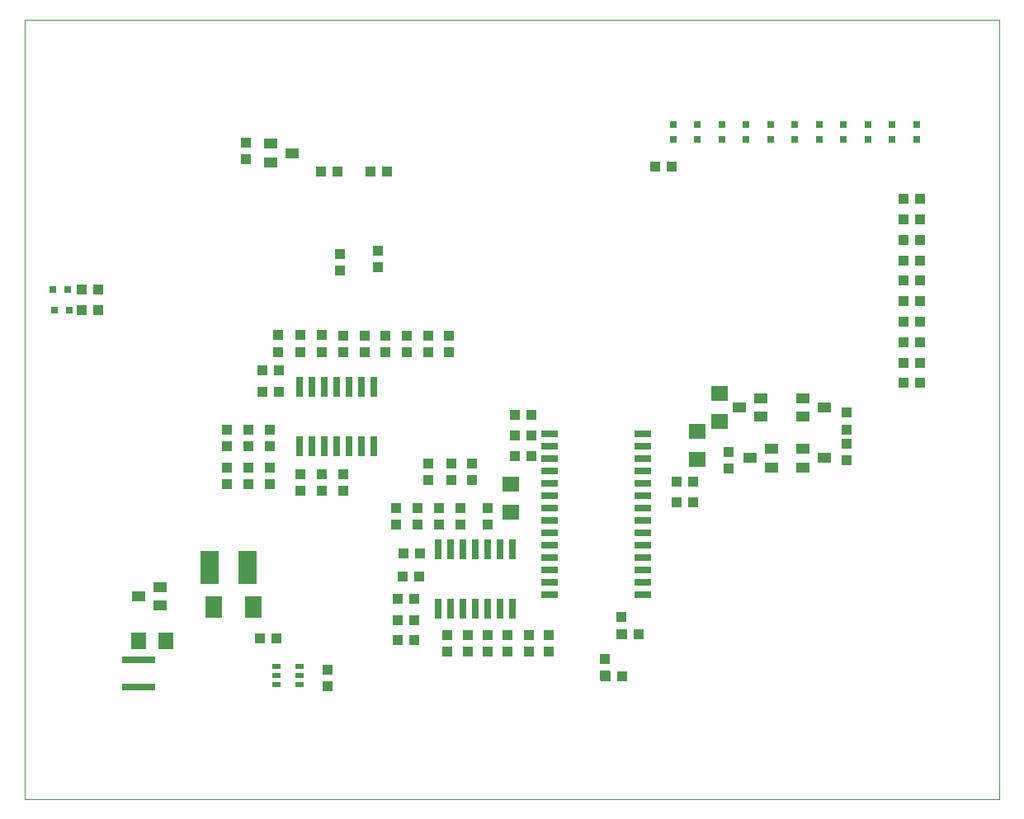
<source format=gtp>
G75*
%MOIN*%
%OFA0B0*%
%FSLAX25Y25*%
%IPPOS*%
%LPD*%
%AMOC8*
5,1,8,0,0,1.08239X$1,22.5*
%
%ADD10C,0.00394*%
%ADD11R,0.04331X0.03937*%
%ADD12R,0.03150X0.03150*%
%ADD13R,0.07098X0.06299*%
%ADD14R,0.03937X0.04331*%
%ADD15R,0.02600X0.08000*%
%ADD16R,0.06693X0.02559*%
%ADD17R,0.05512X0.03937*%
%ADD18R,0.07008X0.08504*%
%ADD19R,0.03543X0.02362*%
%ADD20R,0.13780X0.03150*%
%ADD21R,0.07480X0.13386*%
%ADD22R,0.06299X0.07087*%
D10*
X0002658Y0001600D02*
X0002658Y0316561D01*
X0396359Y0316561D01*
X0396359Y0001600D01*
X0002658Y0001600D01*
D11*
X0125099Y0047072D03*
X0125099Y0053765D03*
X0153146Y0065844D03*
X0159839Y0065844D03*
X0173328Y0067836D03*
X0173328Y0061143D03*
X0181469Y0061143D03*
X0181469Y0067836D03*
X0197753Y0067836D03*
X0197753Y0061143D03*
X0206288Y0061143D03*
X0206288Y0067836D03*
X0236910Y0058096D03*
X0236910Y0051403D03*
X0243603Y0068332D03*
X0243603Y0075025D03*
X0189666Y0112427D03*
X0189666Y0119120D03*
X0178643Y0119120D03*
X0178643Y0112427D03*
X0161320Y0112427D03*
X0161320Y0119120D03*
X0152658Y0119120D03*
X0152658Y0112427D03*
X0155587Y0100734D03*
X0162280Y0100734D03*
X0161887Y0091553D03*
X0155194Y0091553D03*
X0122737Y0126206D03*
X0122737Y0132899D03*
X0114076Y0132899D03*
X0114076Y0126206D03*
X0092816Y0128962D03*
X0092816Y0135655D03*
X0084154Y0135655D03*
X0084154Y0128962D03*
X0084154Y0144317D03*
X0084154Y0151009D03*
X0092816Y0151009D03*
X0092816Y0144317D03*
X0098627Y0166057D03*
X0105320Y0166057D03*
X0105320Y0174844D03*
X0098627Y0174844D03*
X0104926Y0182348D03*
X0104926Y0189041D03*
X0113839Y0189041D03*
X0113839Y0182348D03*
X0131359Y0182277D03*
X0131359Y0188970D03*
X0139824Y0188844D03*
X0139824Y0182151D03*
X0156965Y0182183D03*
X0156965Y0188876D03*
X0165485Y0188939D03*
X0165485Y0182246D03*
X0129824Y0215183D03*
X0129824Y0221876D03*
X0145178Y0223057D03*
X0145178Y0216364D03*
X0142225Y0255143D03*
X0148918Y0255143D03*
X0092028Y0260065D03*
X0092028Y0266757D03*
X0165650Y0137230D03*
X0165650Y0130537D03*
X0175099Y0130537D03*
X0175099Y0137230D03*
X0265847Y0129946D03*
X0272540Y0129946D03*
X0272540Y0121679D03*
X0265847Y0121679D03*
X0286910Y0135261D03*
X0286910Y0141954D03*
X0334548Y0145104D03*
X0334548Y0151009D03*
X0334548Y0157702D03*
X0334548Y0138411D03*
D12*
X0333367Y0268332D03*
X0333367Y0274238D03*
X0343209Y0274238D03*
X0343209Y0268332D03*
X0353052Y0268332D03*
X0353052Y0274238D03*
X0362894Y0274238D03*
X0362894Y0268332D03*
X0323524Y0268332D03*
X0323524Y0274238D03*
X0313682Y0274238D03*
X0313682Y0268332D03*
X0303839Y0268332D03*
X0303839Y0274238D03*
X0293997Y0274238D03*
X0293997Y0268332D03*
X0284154Y0268332D03*
X0284154Y0274238D03*
X0274312Y0274238D03*
X0274312Y0268332D03*
X0264469Y0268332D03*
X0264469Y0274238D03*
X0020572Y0199238D03*
X0014666Y0199238D03*
X0013879Y0207506D03*
X0019784Y0207506D03*
D13*
X0198855Y0128836D03*
X0198855Y0117639D03*
X0274312Y0138915D03*
X0274312Y0150112D03*
X0283367Y0154269D03*
X0283367Y0165466D03*
D14*
X0357580Y0169710D03*
X0364272Y0169710D03*
X0364272Y0177978D03*
X0357580Y0177978D03*
X0357580Y0186246D03*
X0364272Y0186246D03*
X0364272Y0194513D03*
X0357580Y0194513D03*
X0357580Y0202781D03*
X0364272Y0202781D03*
X0364272Y0211049D03*
X0357580Y0211049D03*
X0357580Y0219317D03*
X0364272Y0219317D03*
X0364272Y0227584D03*
X0357580Y0227584D03*
X0357580Y0235852D03*
X0364272Y0235852D03*
X0364272Y0244120D03*
X0357580Y0244120D03*
X0263879Y0257112D03*
X0257186Y0257112D03*
X0173879Y0188939D03*
X0173879Y0182246D03*
X0148359Y0182065D03*
X0148359Y0188757D03*
X0122769Y0189041D03*
X0122769Y0182348D03*
X0101477Y0151009D03*
X0101477Y0144317D03*
X0101477Y0135655D03*
X0101477Y0128962D03*
X0131398Y0126206D03*
X0131398Y0132899D03*
X0169981Y0119120D03*
X0169981Y0112427D03*
X0183367Y0130537D03*
X0183367Y0137230D03*
X0200493Y0140183D03*
X0207186Y0140183D03*
X0207186Y0148450D03*
X0200493Y0148450D03*
X0200493Y0156718D03*
X0207186Y0156718D03*
X0159839Y0082521D03*
X0153146Y0082521D03*
X0153146Y0073986D03*
X0159839Y0073986D03*
X0189611Y0067836D03*
X0189611Y0061143D03*
X0214430Y0061143D03*
X0214430Y0067836D03*
X0237107Y0051206D03*
X0243800Y0051206D03*
X0243800Y0068135D03*
X0250493Y0068135D03*
X0104430Y0066561D03*
X0097737Y0066561D03*
X0032383Y0199238D03*
X0025690Y0199238D03*
X0025690Y0207506D03*
X0032383Y0207506D03*
X0122146Y0255143D03*
X0128839Y0255143D03*
D15*
X0128729Y0168338D03*
X0133729Y0168338D03*
X0138729Y0168338D03*
X0143729Y0168338D03*
X0123729Y0168338D03*
X0118729Y0168338D03*
X0113729Y0168338D03*
X0113729Y0144138D03*
X0118729Y0144138D03*
X0123729Y0144138D03*
X0128729Y0144138D03*
X0133729Y0144138D03*
X0138729Y0144138D03*
X0143729Y0144138D03*
X0169666Y0102661D03*
X0174666Y0102661D03*
X0179666Y0102661D03*
X0184666Y0102661D03*
X0189666Y0102661D03*
X0194666Y0102661D03*
X0199666Y0102661D03*
X0199666Y0078461D03*
X0194666Y0078461D03*
X0189666Y0078461D03*
X0184666Y0078461D03*
X0179666Y0078461D03*
X0174666Y0078461D03*
X0169666Y0078461D03*
D16*
X0214674Y0084112D03*
X0214674Y0089112D03*
X0214674Y0094112D03*
X0214674Y0099112D03*
X0214674Y0104112D03*
X0214674Y0109112D03*
X0214674Y0114112D03*
X0214674Y0119112D03*
X0214674Y0124112D03*
X0214674Y0129112D03*
X0214674Y0134112D03*
X0214674Y0139112D03*
X0214674Y0144112D03*
X0214674Y0149112D03*
X0252312Y0149112D03*
X0252312Y0144112D03*
X0252312Y0139112D03*
X0252312Y0134112D03*
X0252312Y0129112D03*
X0252312Y0124112D03*
X0252312Y0119112D03*
X0252312Y0114112D03*
X0252312Y0109112D03*
X0252312Y0104112D03*
X0252312Y0099112D03*
X0252312Y0094112D03*
X0252312Y0089112D03*
X0252312Y0084112D03*
D17*
X0304233Y0135655D03*
X0295572Y0139395D03*
X0304233Y0143135D03*
X0316831Y0143135D03*
X0325493Y0139395D03*
X0316831Y0135655D03*
X0316831Y0156128D03*
X0316831Y0163608D03*
X0325493Y0159868D03*
X0299902Y0163608D03*
X0299902Y0156128D03*
X0291241Y0159868D03*
X0110532Y0262624D03*
X0101871Y0266364D03*
X0101871Y0258883D03*
X0057383Y0087230D03*
X0057383Y0079750D03*
X0048721Y0083490D03*
D18*
X0078918Y0079159D03*
X0094942Y0079159D03*
D19*
X0104430Y0055340D03*
X0104430Y0051600D03*
X0104430Y0047860D03*
X0113485Y0047860D03*
X0113485Y0051600D03*
X0113485Y0055340D03*
D20*
X0048721Y0057998D03*
X0048721Y0046777D03*
D21*
X0077265Y0095301D03*
X0092619Y0095301D03*
D22*
X0059745Y0065380D03*
X0048721Y0065380D03*
M02*

</source>
